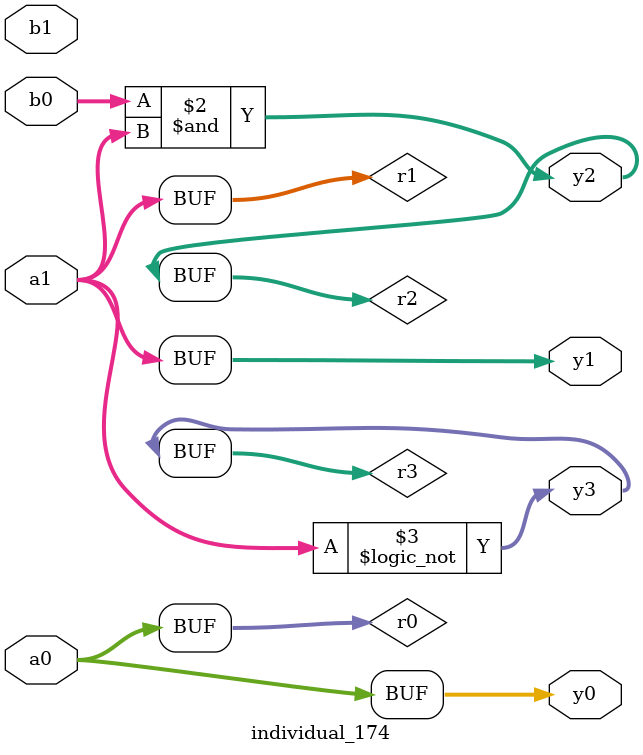
<source format=sv>
module individual_174(input logic [15:0] a1, input logic [15:0] a0, input logic [15:0] b1, input logic [15:0] b0, output logic [15:0] y3, output logic [15:0] y2, output logic [15:0] y1, output logic [15:0] y0);
logic [15:0] r0, r1, r2, r3; 
 always@(*) begin 
	 r0 = a0; r1 = a1; r2 = b0; r3 = b1; 
 	 r2  &=  a1 ;
 	 r3 = ! a1 ;
 	 y3 = r3; y2 = r2; y1 = r1; y0 = r0; 
end
endmodule
</source>
